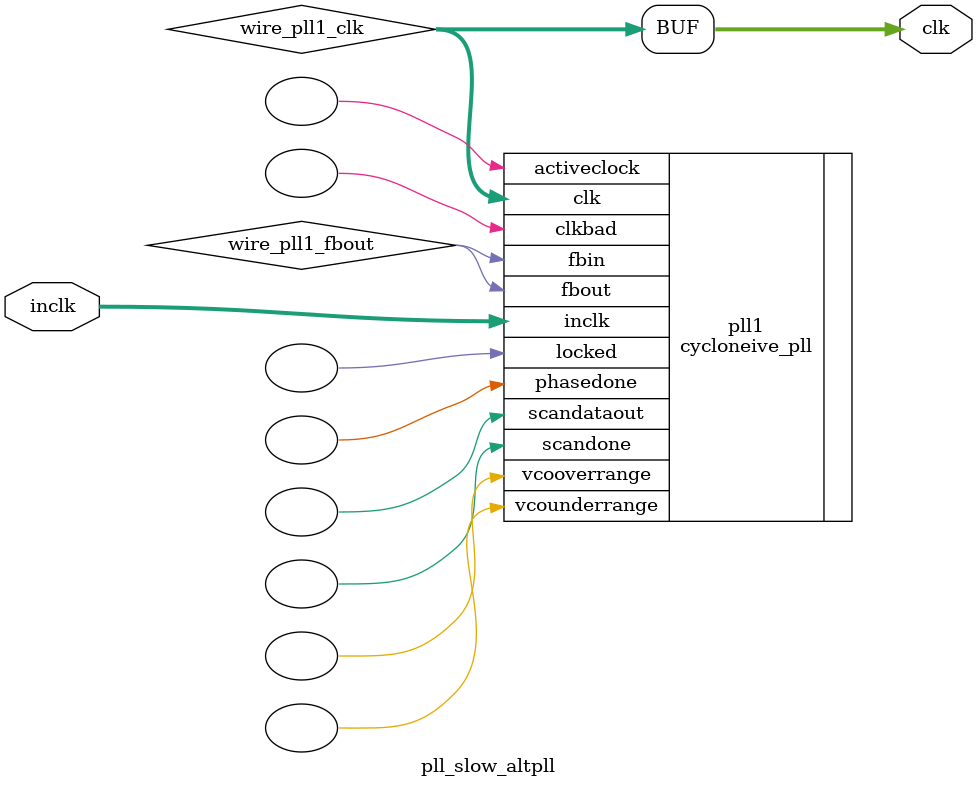
<source format=v>






//synthesis_resources = cycloneive_pll 1 
//synopsys translate_off
`timescale 1 ps / 1 ps
//synopsys translate_on
module  pll_slow_altpll
	( 
	clk,
	inclk) /* synthesis synthesis_clearbox=1 */;
	output   [4:0]  clk;
	input   [1:0]  inclk;
`ifndef ALTERA_RESERVED_QIS
// synopsys translate_off
`endif
	tri0   [1:0]  inclk;
`ifndef ALTERA_RESERVED_QIS
// synopsys translate_on
`endif

	wire  [4:0]   wire_pll1_clk;
	wire  wire_pll1_fbout;

	cycloneive_pll   pll1
	( 
	.activeclock(),
	.clk(wire_pll1_clk),
	.clkbad(),
	.fbin(wire_pll1_fbout),
	.fbout(wire_pll1_fbout),
	.inclk(inclk),
	.locked(),
	.phasedone(),
	.scandataout(),
	.scandone(),
	.vcooverrange(),
	.vcounderrange()
	`ifndef FORMAL_VERIFICATION
	// synopsys translate_off
	`endif
	,
	.areset(1'b0),
	.clkswitch(1'b0),
	.configupdate(1'b0),
	.pfdena(1'b1),
	.phasecounterselect({3{1'b0}}),
	.phasestep(1'b0),
	.phaseupdown(1'b0),
	.scanclk(1'b0),
	.scanclkena(1'b1),
	.scandata(1'b0)
	`ifndef FORMAL_VERIFICATION
	// synopsys translate_on
	`endif
	);
	defparam
		pll1.bandwidth_type = "auto",
		pll1.clk0_divide_by = 500,
		pll1.clk0_duty_cycle = 50,
		pll1.clk0_multiply_by = 1,
		pll1.clk0_phase_shift = "0",
		pll1.compensate_clock = "clk0",
		pll1.inclk0_input_frequency = 20000,
		pll1.operation_mode = "normal",
		pll1.pll_type = "auto",
		pll1.lpm_type = "cycloneive_pll";
	assign
		clk = {wire_pll1_clk[4:0]};
endmodule //pll_slow_altpll
//VALID FILE

</source>
